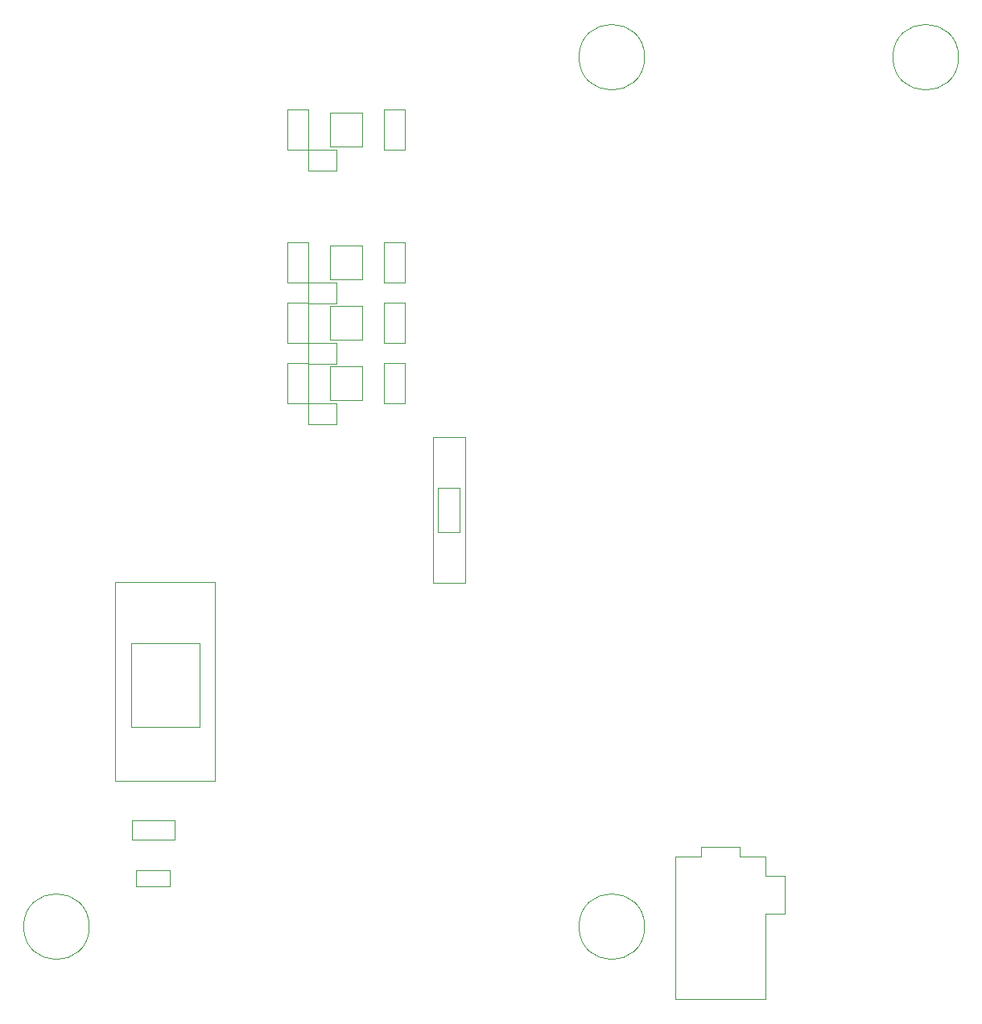
<source format=gbr>
G04 #@! TF.FileFunction,Other,User*
%FSLAX46Y46*%
G04 Gerber Fmt 4.6, Leading zero omitted, Abs format (unit mm)*
G04 Created by KiCad (PCBNEW 4.0.4-stable) date 12/21/17 08:36:57*
%MOMM*%
%LPD*%
G01*
G04 APERTURE LIST*
%ADD10C,0.250000*%
%ADD11C,0.050000*%
G04 APERTURE END LIST*
D10*
D11*
X139340000Y-67310000D02*
G75*
G03X139340000Y-67310000I-3450000J0D01*
G01*
X139340000Y-158750000D02*
G75*
G03X139340000Y-158750000I-3450000J0D01*
G01*
X80920000Y-158750000D02*
G75*
G03X80920000Y-158750000I-3450000J0D01*
G01*
X89880000Y-149640000D02*
X85380000Y-149640000D01*
X89880000Y-149640000D02*
X89880000Y-147540000D01*
X85380000Y-147540000D02*
X85380000Y-149640000D01*
X85380000Y-147540000D02*
X89880000Y-147540000D01*
X89380000Y-154550000D02*
X85880000Y-154550000D01*
X89380000Y-154550000D02*
X89380000Y-152800000D01*
X85880000Y-152800000D02*
X85880000Y-154550000D01*
X85880000Y-152800000D02*
X89380000Y-152800000D01*
X117045000Y-122635000D02*
X120445000Y-122635000D01*
X120445000Y-122635000D02*
X120445000Y-107235000D01*
X120445000Y-107235000D02*
X117045000Y-107235000D01*
X117045000Y-107235000D02*
X117045000Y-122635000D01*
X106250000Y-99850000D02*
X109650000Y-99850000D01*
X109650000Y-99850000D02*
X109650000Y-103350000D01*
X109650000Y-103350000D02*
X106250000Y-103350000D01*
X106250000Y-103350000D02*
X106250000Y-99850000D01*
X106250000Y-93500000D02*
X109650000Y-93500000D01*
X109650000Y-93500000D02*
X109650000Y-97000000D01*
X109650000Y-97000000D02*
X106250000Y-97000000D01*
X106250000Y-97000000D02*
X106250000Y-93500000D01*
X106250000Y-87150000D02*
X109650000Y-87150000D01*
X109650000Y-87150000D02*
X109650000Y-90650000D01*
X109650000Y-90650000D02*
X106250000Y-90650000D01*
X106250000Y-90650000D02*
X106250000Y-87150000D01*
X106250000Y-73180000D02*
X109650000Y-73180000D01*
X109650000Y-73180000D02*
X109650000Y-76680000D01*
X109650000Y-76680000D02*
X106250000Y-76680000D01*
X106250000Y-76680000D02*
X106250000Y-73180000D01*
X103980000Y-99450000D02*
X103980000Y-103750000D01*
X103980000Y-99450000D02*
X101770000Y-99450000D01*
X101770000Y-103750000D02*
X103980000Y-103750000D01*
X101770000Y-103750000D02*
X101770000Y-99450000D01*
X103980000Y-93100000D02*
X103980000Y-97400000D01*
X103980000Y-93100000D02*
X101770000Y-93100000D01*
X101770000Y-97400000D02*
X103980000Y-97400000D01*
X101770000Y-97400000D02*
X101770000Y-93100000D01*
X103980000Y-86750000D02*
X103980000Y-91050000D01*
X103980000Y-86750000D02*
X101770000Y-86750000D01*
X101770000Y-91050000D02*
X103980000Y-91050000D01*
X101770000Y-91050000D02*
X101770000Y-86750000D01*
X103980000Y-72780000D02*
X103980000Y-77080000D01*
X103980000Y-72780000D02*
X101770000Y-72780000D01*
X101770000Y-77080000D02*
X103980000Y-77080000D01*
X101770000Y-77080000D02*
X101770000Y-72780000D01*
X114140000Y-99450000D02*
X114140000Y-103750000D01*
X114140000Y-99450000D02*
X111930000Y-99450000D01*
X111930000Y-103750000D02*
X114140000Y-103750000D01*
X111930000Y-103750000D02*
X111930000Y-99450000D01*
X114140000Y-93100000D02*
X114140000Y-97400000D01*
X114140000Y-93100000D02*
X111930000Y-93100000D01*
X111930000Y-97400000D02*
X114140000Y-97400000D01*
X111930000Y-97400000D02*
X111930000Y-93100000D01*
X114140000Y-86750000D02*
X114140000Y-91050000D01*
X114140000Y-86750000D02*
X111930000Y-86750000D01*
X111930000Y-91050000D02*
X114140000Y-91050000D01*
X111930000Y-91050000D02*
X111930000Y-86750000D01*
X114140000Y-72780000D02*
X114140000Y-77080000D01*
X114140000Y-72780000D02*
X111930000Y-72780000D01*
X111930000Y-77080000D02*
X114140000Y-77080000D01*
X111930000Y-77080000D02*
X111930000Y-72780000D01*
X83650000Y-122530000D02*
X83650000Y-143390000D01*
X83650000Y-143390000D02*
X94150000Y-143390000D01*
X94150000Y-143390000D02*
X94150000Y-122530000D01*
X94150000Y-122530000D02*
X83650000Y-122530000D01*
X117595000Y-117285000D02*
X117595000Y-112585000D01*
X117595000Y-112585000D02*
X119895000Y-112585000D01*
X119895000Y-112585000D02*
X119895000Y-117285000D01*
X117595000Y-117285000D02*
X119895000Y-117285000D01*
X85300000Y-128950000D02*
X85300000Y-137750000D01*
X92500000Y-128950000D02*
X85300000Y-128950000D01*
X92500000Y-137750000D02*
X92500000Y-128950000D01*
X85300000Y-137750000D02*
X92500000Y-137750000D01*
X142820000Y-151400000D02*
X142570000Y-151400000D01*
X142570000Y-151400000D02*
X142570000Y-166400000D01*
X142820000Y-151400000D02*
X145320000Y-151400000D01*
X145320000Y-151400000D02*
X145320000Y-150400000D01*
X145320000Y-150400000D02*
X149320000Y-150400000D01*
X149320000Y-150400000D02*
X149320000Y-151400000D01*
X149320000Y-151400000D02*
X152070000Y-151400000D01*
X152070000Y-151400000D02*
X152070000Y-153400000D01*
X152070000Y-153400000D02*
X154070000Y-153400000D01*
X154070000Y-153400000D02*
X154070000Y-157400000D01*
X154070000Y-157400000D02*
X152070000Y-157400000D01*
X152070000Y-157400000D02*
X152070000Y-166400000D01*
X152070000Y-166400000D02*
X142570000Y-166400000D01*
X172360000Y-67310000D02*
G75*
G03X172360000Y-67310000I-3450000J0D01*
G01*
X103960000Y-97325000D02*
X106910000Y-97325000D01*
X106910000Y-97325000D02*
X106910000Y-99525000D01*
X106910000Y-99525000D02*
X103960000Y-99525000D01*
X103960000Y-99525000D02*
X103960000Y-97325000D01*
X103960000Y-90975000D02*
X106910000Y-90975000D01*
X106910000Y-90975000D02*
X106910000Y-93175000D01*
X106910000Y-93175000D02*
X103960000Y-93175000D01*
X103960000Y-93175000D02*
X103960000Y-90975000D01*
X103960000Y-103675000D02*
X106910000Y-103675000D01*
X106910000Y-103675000D02*
X106910000Y-105875000D01*
X106910000Y-105875000D02*
X103960000Y-105875000D01*
X103960000Y-105875000D02*
X103960000Y-103675000D01*
X103960000Y-77005000D02*
X106910000Y-77005000D01*
X106910000Y-77005000D02*
X106910000Y-79205000D01*
X106910000Y-79205000D02*
X103960000Y-79205000D01*
X103960000Y-79205000D02*
X103960000Y-77005000D01*
M02*

</source>
